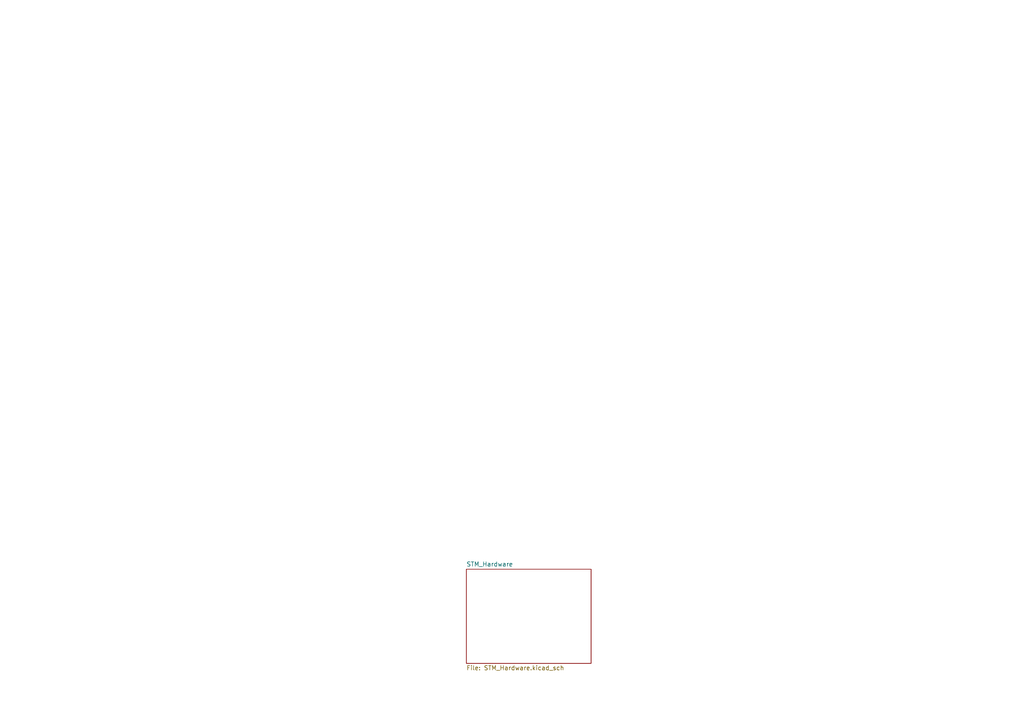
<source format=kicad_sch>
(kicad_sch
	(version 20250114)
	(generator "eeschema")
	(generator_version "9.0")
	(uuid "100d4475-6c5b-4ca4-82f4-ff20798e9edf")
	(paper "A4")
	(lib_symbols)
	(sheet
		(at 135.255 165.1)
		(size 36.195 27.305)
		(exclude_from_sim no)
		(in_bom yes)
		(on_board yes)
		(dnp no)
		(fields_autoplaced yes)
		(stroke
			(width 0.1524)
			(type solid)
		)
		(fill
			(color 0 0 0 0.0000)
		)
		(uuid "dc03155b-7cbf-4ee4-9f4c-dba3ed8dc3dd")
		(property "Sheetname" "STM_Hardware"
			(at 135.255 164.3884 0)
			(effects
				(font
					(size 1.27 1.27)
				)
				(justify left bottom)
			)
		)
		(property "Sheetfile" "STM_Hardware.kicad_sch"
			(at 135.255 192.9896 0)
			(effects
				(font
					(size 1.27 1.27)
				)
				(justify left top)
			)
		)
		(instances
			(project "OBC"
				(path "/100d4475-6c5b-4ca4-82f4-ff20798e9edf"
					(page "2")
				)
			)
		)
	)
	(sheet_instances
		(path "/"
			(page "1")
		)
	)
	(embedded_fonts no)
)

</source>
